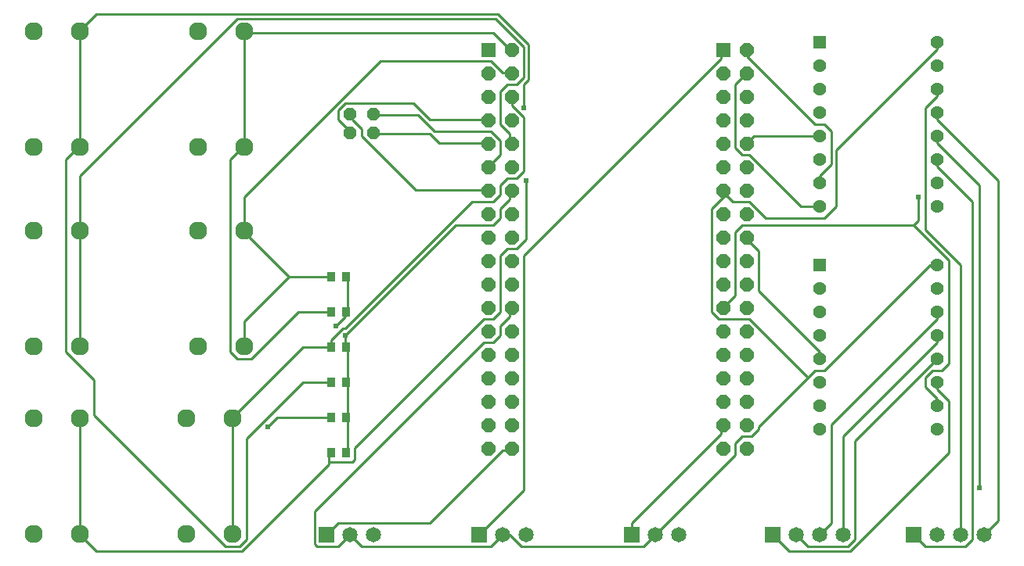
<source format=gbr>
G04 EAGLE Gerber RS-274X export*
G75*
%MOMM*%
%FSLAX34Y34*%
%LPD*%
%INTop Copper*%
%IPPOS*%
%AMOC8*
5,1,8,0,0,1.08239X$1,22.5*%
G01*
%ADD10R,0.949959X1.031241*%
%ADD11C,1.960000*%
%ADD12R,1.524000X1.524000*%
%ADD13P,1.649562X8X292.500000*%
%ADD14R,1.428000X1.428000*%
%ADD15C,1.428000*%
%ADD16R,1.651000X1.651000*%
%ADD17C,1.651000*%
%ADD18P,1.439579X8X202.500000*%
%ADD19C,0.254000*%
%ADD20C,0.609600*%


D10*
X449199Y304800D03*
X465201Y304800D03*
D11*
X355200Y483600D03*
X305200Y483600D03*
X305200Y608600D03*
X355200Y608600D03*
D12*
X619500Y588600D03*
D13*
X644900Y588600D03*
X619500Y563200D03*
X644900Y563200D03*
X619500Y537800D03*
X644900Y537800D03*
X619500Y512400D03*
X644900Y512400D03*
X619500Y487000D03*
X644900Y487000D03*
X619500Y461600D03*
X644900Y461600D03*
X619500Y436200D03*
X644900Y436200D03*
X619500Y410800D03*
X644900Y410800D03*
X619500Y385400D03*
X644900Y385400D03*
X619500Y360000D03*
X644900Y360000D03*
X619500Y334600D03*
X644900Y334600D03*
X619500Y309200D03*
X644900Y309200D03*
X619500Y283800D03*
X644900Y283800D03*
X619500Y258400D03*
X644900Y258400D03*
X619500Y233000D03*
X644900Y233000D03*
X619500Y207600D03*
X644900Y207600D03*
X619500Y182200D03*
X644900Y182200D03*
X619500Y156800D03*
X644900Y156800D03*
D12*
X873500Y588600D03*
D13*
X898900Y588600D03*
X873500Y563200D03*
X898900Y563200D03*
X873500Y537800D03*
X898900Y537800D03*
X873500Y512400D03*
X898900Y512400D03*
X873500Y487000D03*
X898900Y487000D03*
X873500Y461600D03*
X898900Y461600D03*
X873500Y436200D03*
X898900Y436200D03*
X873500Y410800D03*
X898900Y410800D03*
X873500Y385400D03*
X898900Y385400D03*
X873500Y360000D03*
X898900Y360000D03*
X873500Y334600D03*
X898900Y334600D03*
X873500Y309200D03*
X898900Y309200D03*
X873500Y283800D03*
X898900Y283800D03*
X873500Y258400D03*
X898900Y258400D03*
X873500Y233000D03*
X898900Y233000D03*
X873500Y207600D03*
X898900Y207600D03*
X873500Y182200D03*
X898900Y182200D03*
X873500Y156800D03*
X898900Y156800D03*
D14*
X977900Y596900D03*
D15*
X977900Y571500D03*
X977900Y546100D03*
X977900Y520700D03*
X977900Y495300D03*
X977900Y469900D03*
X977900Y444500D03*
X977900Y419100D03*
X1104900Y419100D03*
X1104900Y444500D03*
X1104900Y469900D03*
X1104900Y495300D03*
X1104900Y520700D03*
X1104900Y546100D03*
X1104900Y571500D03*
X1104900Y596900D03*
D16*
X609600Y63500D03*
D17*
X635000Y63500D03*
X660400Y63500D03*
D16*
X444500Y63500D03*
D17*
X469900Y63500D03*
X495300Y63500D03*
D16*
X774700Y63500D03*
D17*
X800100Y63500D03*
X825500Y63500D03*
D11*
X355200Y267700D03*
X305200Y267700D03*
X305200Y392700D03*
X355200Y392700D03*
D10*
X449199Y342900D03*
X465201Y342900D03*
D11*
X342500Y64500D03*
X292500Y64500D03*
X292500Y189500D03*
X342500Y189500D03*
D10*
X449199Y266700D03*
X465201Y266700D03*
D11*
X177400Y483600D03*
X127400Y483600D03*
X127400Y608600D03*
X177400Y608600D03*
D10*
X449199Y228600D03*
X465201Y228600D03*
D11*
X177400Y267700D03*
X127400Y267700D03*
X127400Y392700D03*
X177400Y392700D03*
D10*
X449199Y190500D03*
X465201Y190500D03*
D11*
X177400Y64500D03*
X127400Y64500D03*
X127400Y189500D03*
X177400Y189500D03*
D10*
X449199Y152400D03*
X465201Y152400D03*
D16*
X1079500Y63500D03*
D17*
X1104900Y63500D03*
X1130300Y63500D03*
X1155700Y63500D03*
D14*
X977900Y355600D03*
D15*
X977900Y330200D03*
X977900Y304800D03*
X977900Y279400D03*
X977900Y254000D03*
X977900Y228600D03*
X977900Y203200D03*
X977900Y177800D03*
X1104900Y177800D03*
X1104900Y203200D03*
X1104900Y228600D03*
X1104900Y254000D03*
X1104900Y279400D03*
X1104900Y304800D03*
X1104900Y330200D03*
X1104900Y355600D03*
D16*
X927100Y63500D03*
D17*
X952500Y63500D03*
X977900Y63500D03*
X1003300Y63500D03*
D18*
X470100Y499000D03*
X495100Y499000D03*
X495100Y519000D03*
X470100Y519000D03*
D19*
X1104900Y177800D02*
X1110343Y177800D01*
X642620Y299720D02*
X642620Y307340D01*
X642620Y299720D02*
X632460Y289560D01*
X632460Y279400D01*
X624840Y271780D01*
X614680Y271780D01*
X431800Y88900D01*
X431800Y53340D01*
X434340Y50800D01*
X457200Y50800D01*
X469900Y63500D01*
X642620Y307340D02*
X644900Y309200D01*
X635000Y63500D02*
X622300Y50800D01*
X482600Y50800D01*
X469900Y63500D01*
X1104900Y589280D02*
X1104900Y596900D01*
X1104900Y589280D02*
X995680Y480060D01*
X995680Y419100D01*
X982980Y406400D01*
X919480Y406400D01*
X901700Y424180D01*
X883920Y424180D01*
X876300Y431800D02*
X873760Y434340D01*
X876300Y431800D02*
X883920Y424180D01*
X873760Y434340D02*
X873500Y436200D01*
X1097280Y355600D02*
X1104900Y355600D01*
X1097280Y355600D02*
X982980Y241300D01*
X972820Y241300D01*
X965200Y233680D02*
X911860Y180340D01*
X965200Y233680D02*
X972820Y241300D01*
X911860Y180340D02*
X911860Y177800D01*
X904240Y170180D01*
X894080Y170180D01*
X886460Y162560D01*
X886460Y149860D01*
X800100Y63500D01*
X861060Y416560D02*
X876300Y431800D01*
X861060Y416560D02*
X861060Y304800D01*
X868680Y297180D01*
X901700Y297180D01*
X965200Y233680D01*
X876300Y431800D02*
X873500Y436200D01*
X642620Y63500D02*
X635000Y63500D01*
X642620Y63500D02*
X655320Y50800D01*
X787400Y50800D01*
X800100Y63500D01*
X871220Y579120D02*
X871220Y586740D01*
X871220Y579120D02*
X657860Y365760D01*
X657860Y111760D01*
X609600Y63500D01*
X871220Y586740D02*
X873500Y588600D01*
X642620Y154940D02*
X635000Y154940D01*
X556260Y76200D01*
X457200Y76200D01*
X444500Y63500D01*
X642620Y154940D02*
X644900Y156800D01*
X871220Y172720D02*
X871220Y180340D01*
X871220Y172720D02*
X774700Y76200D01*
X774700Y63500D01*
X871220Y180340D02*
X873500Y182200D01*
X657860Y525780D02*
X657860Y551180D01*
X662940Y556260D01*
X662940Y594360D01*
X629920Y627380D01*
X195580Y627380D01*
X177800Y609600D01*
X177400Y608600D01*
X419100Y228600D02*
X449199Y228600D01*
X419100Y228600D02*
X358140Y167640D01*
X358140Y58420D01*
X350520Y50800D01*
X335280Y50800D01*
X193040Y193040D01*
X193040Y231140D01*
X162560Y261620D01*
X162560Y469900D01*
X175260Y482600D01*
X177400Y483600D01*
X177800Y485140D02*
X177800Y607060D01*
X177400Y608600D01*
X177800Y485140D02*
X177400Y483600D01*
D20*
X657860Y525780D03*
D19*
X467360Y342900D02*
X467360Y304800D01*
X465201Y304800D01*
X465201Y342900D02*
X467360Y342900D01*
X467360Y190500D02*
X467360Y152400D01*
X465201Y152400D01*
X467360Y228600D02*
X467360Y266700D01*
X465201Y266700D01*
X467360Y228600D02*
X467360Y190500D01*
X465201Y190500D01*
X465201Y228600D02*
X467360Y228600D01*
X464820Y299720D02*
X464820Y304800D01*
X464820Y299720D02*
X454660Y289560D01*
X464820Y279400D02*
X464820Y266700D01*
X464820Y304800D02*
X465201Y304800D01*
X465201Y266700D02*
X464820Y266700D01*
X642620Y426720D02*
X642620Y434340D01*
X642620Y426720D02*
X632460Y416560D01*
X632460Y406400D01*
X624840Y398780D01*
X584200Y398780D01*
X464820Y279400D01*
X642620Y434340D02*
X644900Y436200D01*
X1104900Y210820D02*
X1104900Y203200D01*
X1104900Y210820D02*
X1092200Y223520D01*
X1092200Y233680D01*
X1099820Y241300D01*
X1109980Y241300D01*
X1117600Y248920D01*
X1117600Y360680D01*
X1079500Y398780D01*
X894080Y398780D01*
X886460Y391160D01*
X886460Y322580D01*
X873760Y309880D01*
X873500Y309200D01*
X1084580Y403860D02*
X1084580Y429260D01*
X1084580Y403860D02*
X1079500Y398780D01*
D20*
X454660Y289560D03*
X464820Y279400D03*
X1084580Y429260D03*
D19*
X1104900Y487680D02*
X1104900Y495300D01*
X1104900Y487680D02*
X1150620Y441960D01*
X1150620Y114300D01*
D20*
X1150620Y114300D03*
D19*
X1104900Y462280D02*
X1104900Y469900D01*
X1104900Y462280D02*
X1143000Y424180D01*
X1143000Y58420D01*
X1135380Y50800D01*
X1092200Y50800D01*
X1079500Y63500D01*
X1104900Y513080D02*
X1104900Y520700D01*
X1104900Y513080D02*
X1170940Y447040D01*
X1170940Y78740D01*
X1155700Y63500D01*
X1104900Y538480D02*
X1104900Y546100D01*
X1104900Y538480D02*
X1092200Y525780D01*
X1092200Y393700D01*
X1130300Y355600D01*
X1130300Y63500D01*
X447040Y139700D02*
X447040Y142240D01*
X447040Y152400D01*
X447040Y139700D02*
X353060Y45720D01*
X195580Y45720D01*
X177800Y63500D01*
X447040Y152400D02*
X449199Y152400D01*
X177800Y63500D02*
X177400Y64500D01*
X660400Y383540D02*
X660400Y447040D01*
X660400Y383540D02*
X650240Y373380D01*
X640080Y373380D01*
X632460Y365760D01*
X632460Y304800D01*
X624840Y297180D01*
X614680Y297180D01*
X474980Y157480D01*
X474980Y144780D01*
X472440Y142240D01*
X447040Y142240D01*
X177800Y187960D02*
X177800Y66040D01*
X177800Y187960D02*
X177400Y189500D01*
X177800Y66040D02*
X177400Y64500D01*
D20*
X660400Y447040D03*
D19*
X449199Y190500D02*
X391160Y190500D01*
X381000Y180340D01*
X642620Y487680D02*
X642620Y497840D01*
X632460Y508000D01*
X632460Y543560D01*
X640080Y551180D01*
X650240Y551180D01*
X657860Y558800D01*
X657860Y591820D01*
X627380Y622300D01*
X347980Y622300D01*
X177800Y452120D01*
X177800Y393700D01*
X642620Y487680D02*
X644900Y487000D01*
X177800Y393700D02*
X177400Y392700D01*
X177800Y391160D02*
X177800Y269240D01*
X177400Y267700D01*
X177800Y391160D02*
X177400Y392700D01*
D20*
X381000Y180340D03*
D19*
X355200Y392700D02*
X355200Y395840D01*
X403860Y342900D02*
X449199Y342900D01*
X403860Y342900D02*
X355600Y391160D01*
X355200Y392700D01*
X635000Y563880D02*
X642620Y563880D01*
X635000Y563880D02*
X622300Y576580D01*
X502920Y576580D01*
X355600Y429260D01*
X355600Y396240D01*
X642620Y563880D02*
X644900Y563200D01*
X355600Y396240D02*
X355200Y392700D01*
X355600Y294640D02*
X355600Y269240D01*
X355600Y294640D02*
X403860Y342900D01*
X355600Y269240D02*
X355200Y267700D01*
X414020Y304800D02*
X449199Y304800D01*
X414020Y304800D02*
X363220Y254000D01*
X347980Y254000D01*
X340360Y261620D01*
X340360Y469900D01*
X353060Y482600D01*
X355200Y483600D01*
X624840Y607060D02*
X642620Y589280D01*
X624840Y607060D02*
X355600Y607060D01*
X642620Y589280D02*
X644900Y588600D01*
X355600Y607060D02*
X355600Y485140D01*
X355200Y483600D01*
X355600Y607060D02*
X355200Y608600D01*
X419100Y266700D02*
X449199Y266700D01*
X419100Y266700D02*
X342900Y190500D01*
X342500Y189500D01*
X645160Y528320D02*
X645160Y535940D01*
X645160Y528320D02*
X657860Y515620D01*
X657860Y457200D01*
X650240Y449580D01*
X640080Y449580D01*
X632460Y441960D01*
X632460Y431800D01*
X624840Y424180D01*
X601980Y424180D01*
X464820Y287020D01*
X462280Y287020D01*
X449580Y274320D01*
X449580Y266700D01*
X645160Y535940D02*
X644900Y537800D01*
X449580Y266700D02*
X449199Y266700D01*
X342900Y187960D02*
X342900Y66040D01*
X342500Y64500D01*
X342900Y187960D02*
X342500Y189500D01*
X1016000Y165100D02*
X1104900Y254000D01*
X1016000Y165100D02*
X1016000Y58420D01*
X1008380Y50800D01*
X965200Y50800D01*
X952500Y63500D01*
X1104900Y220980D02*
X1104900Y228600D01*
X1104900Y220980D02*
X1117600Y208280D01*
X1117600Y152400D01*
X1010920Y45720D01*
X944880Y45720D01*
X927100Y63500D01*
X1104900Y271780D02*
X1104900Y279400D01*
X1104900Y271780D02*
X1003300Y170180D01*
X1003300Y63500D01*
X1104900Y297180D02*
X1104900Y304800D01*
X1104900Y297180D02*
X990600Y182880D01*
X990600Y76200D01*
X977900Y63500D01*
X469900Y500380D02*
X457200Y513080D01*
X457200Y523240D01*
X464820Y530860D01*
X538480Y530860D01*
X556260Y513080D01*
X617220Y513080D01*
X470100Y499000D02*
X469900Y500380D01*
X617220Y513080D02*
X619500Y512400D01*
X556260Y497840D02*
X495300Y497840D01*
X556260Y497840D02*
X566420Y487680D01*
X617220Y487680D01*
X495300Y497840D02*
X495100Y499000D01*
X617220Y487680D02*
X619500Y487000D01*
X543560Y518160D02*
X495300Y518160D01*
X543560Y518160D02*
X561340Y500380D01*
X622300Y500380D01*
X632460Y490220D01*
X632460Y474980D01*
X619760Y462280D01*
X495300Y518160D02*
X495100Y519000D01*
X619760Y462280D02*
X619500Y461600D01*
X472440Y513080D02*
X472440Y518160D01*
X472440Y513080D02*
X482600Y502920D01*
X482600Y495300D01*
X541020Y436880D01*
X617220Y436880D01*
X472440Y518160D02*
X470100Y519000D01*
X617220Y436880D02*
X619500Y436200D01*
X977900Y444500D02*
X977900Y452120D01*
X990600Y464820D01*
X990600Y500380D01*
X982980Y508000D01*
X972820Y508000D01*
X899160Y581660D01*
X899160Y586740D01*
X898900Y588600D01*
X957580Y419100D02*
X977900Y419100D01*
X957580Y419100D02*
X901700Y474980D01*
X894080Y474980D01*
X886460Y482600D01*
X886460Y551180D01*
X896620Y561340D01*
X898900Y563200D01*
X977900Y261620D02*
X977900Y254000D01*
X977900Y261620D02*
X911860Y327660D01*
X911860Y370840D01*
X899160Y383540D01*
X898900Y385400D01*
X906780Y495300D02*
X977900Y495300D01*
X906780Y495300D02*
X899160Y487680D01*
X898900Y487000D01*
M02*

</source>
